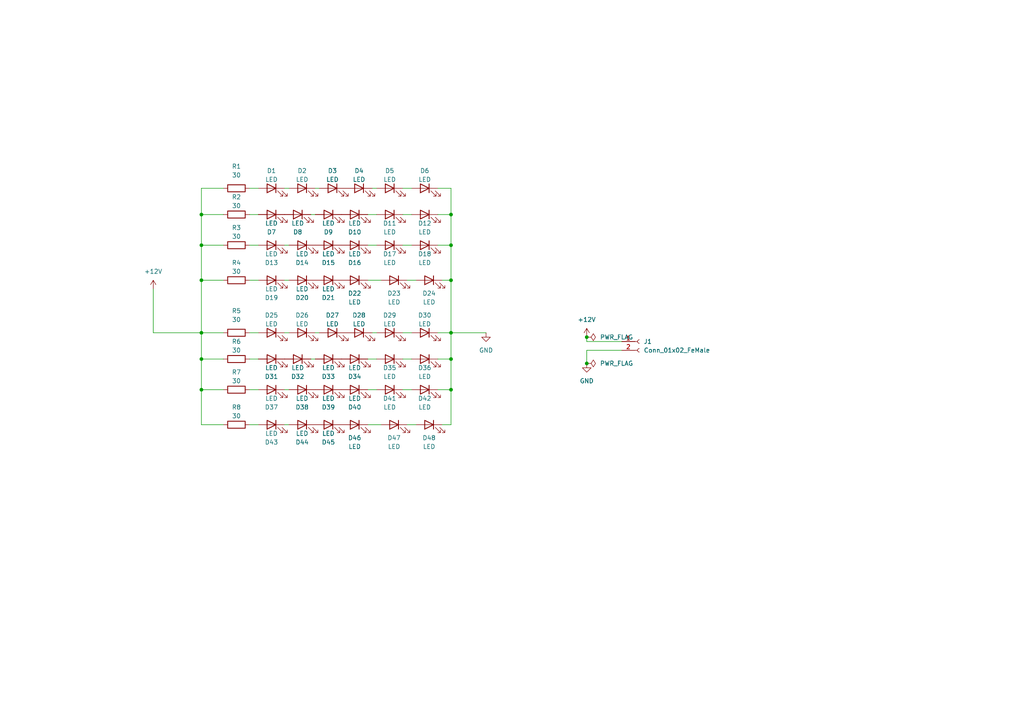
<source format=kicad_sch>
(kicad_sch (version 20211123) (generator eeschema)
  (paper "A4")
  (lib_symbols
    (symbol "Connector:Conn_01x02_Female" (pin_names (offset 1.016) hide)
      (property "Reference" "J" (at 0 2.54 0))
      (property "Value" "Conn_01x02_Female" (at 0 -5.08 0))
      (symbol "Conn_01x02_Female_1_1"
        (arc (start 0 -2.032) (mid -0.508 -2.54) (end 0 -3.048) (stroke (width 0.1524)))
        (polyline (pts (xy -1.27 -2.54) (xy -0.508 -2.54)) (stroke (width 0.1524)))
        (polyline (pts (xy -1.27 0) (xy -0.508 0)) (stroke (width 0.1524)))
        (arc (start 0 0.508) (mid -0.508 0) (end 0 -0.508) (stroke (width 0.1524)))
        (pin passive line (at -5.08 0 0) (length 3.81) (name "Pin_1") (number "1"))
        (pin passive line (at -5.08 -2.54 0) (length 3.81) (name "Pin_2") (number "2"))
      )
    )
    (symbol "Device:LED" (pin_numbers hide) (pin_names (offset 1.016) hide)
      (property "Reference" "D" (at 0 2.54 0))
      (property "Value" "LED" (at 0 -2.54 0))
      (symbol "LED_0_1"
        (polyline (pts (xy -1.27 -1.27) (xy -1.27 1.27)) (stroke (width 0.254)))
        (polyline (pts (xy -1.27 0) (xy 1.27 0)))
        (polyline (pts (xy 1.27 -1.27) (xy 1.27 1.27) (xy -1.27 0) (xy 1.27 -1.27)) (stroke (width 0.254)))
        (polyline (pts (xy -3.048 -0.762) (xy -4.572 -2.286) (xy -3.81 -2.286) (xy -4.572 -2.286) (xy -4.572 -1.524)))
        (polyline (pts (xy -1.778 -0.762) (xy -3.302 -2.286) (xy -2.54 -2.286) (xy -3.302 -2.286) (xy -3.302 -1.524)))
      )
      (symbol "LED_1_1"
        (pin passive line (at -3.81 0 0) (length 2.54) (name "K") (number "1"))
        (pin passive line (at 3.81 0 180) (length 2.54) (name "A") (number "2"))
      )
    )
    (symbol "Device:R" (pin_numbers hide) (pin_names (offset 0))
      (property "Reference" "R" (at 2.032 0 90))
      (property "Value" "R" (at 0 0 90))
      (symbol "R_0_1"
        (rectangle (start -1.016 -2.54) (end 1.016 2.54) (stroke (width 0.254)))
      )
      (symbol "R_1_1"
        (pin passive line (at 0 3.81 270) (length 1.27) (name "~") (number "1"))
        (pin passive line (at 0 -3.81 90) (length 1.27) (name "~") (number "2"))
      )
    )
    (symbol "power:+12V" (power) (pin_names (offset 0))
      (property "Value" "+12V" (at 0 3.556 0))
      (symbol "+12V_0_1"
        (polyline (pts (xy -0.762 1.27) (xy 0 2.54)))
        (polyline (pts (xy 0 0) (xy 0 2.54)))
        (polyline (pts (xy 0 2.54) (xy 0.762 1.27)))
      )
      (symbol "+12V_1_1"
        (pin power_in line (at 0 0 90) (length 0) hide (name "+12V") (number "1"))
      )
    )
    (symbol "power:GND" (power) (pin_names (offset 0))
      (property "Value" "GND" (at 0 -3.81 0))
      (symbol "GND_0_1"
        (polyline (pts (xy 0 0) (xy 0 -1.27) (xy 1.27 -1.27) (xy 0 -2.54) (xy -1.27 -1.27) (xy 0 -1.27)))
      )
      (symbol "GND_1_1"
        (pin power_in line (at 0 0 270) (length 0) hide (name "GND") (number "1"))
      )
    )
    (symbol "power:PWR_FLAG" (power) (pin_numbers hide) (pin_names (offset 0) hide)
      (property "Value" "PWR_FLAG" (at 0 3.81 0))
      (symbol "PWR_FLAG_0_0"
        (pin power_out line (at 0 0 90) (length 0) (name "pwr") (number "1"))
      )
      (symbol "PWR_FLAG_0_1"
        (polyline (pts (xy 0 0) (xy 0 1.27) (xy -1.016 1.905) (xy 0 2.54) (xy 1.016 1.905) (xy 0 1.27)))
      )
    )
  )
  (junction (at 58.42 81.28))
  (junction (at 130.81 96.52))
  (junction (at 130.81 62.23))
  (junction (at 170.18 105.41))
  (junction (at 58.42 104.14))
  (junction (at 58.42 71.12))
  (junction (at 58.42 62.23))
  (junction (at 130.81 81.28))
  (junction (at 170.18 97.79))
  (junction (at 130.81 113.03))
  (junction (at 58.42 96.52))
  (junction (at 58.42 113.03))
  (junction (at 130.81 104.14))
  (junction (at 130.81 71.12))
  (wire (pts (xy 106.68 104.14) (xy 109.22 104.14)))
  (wire (pts (xy 74.93 81.28) (xy 72.39 81.28)))
  (wire (pts (xy 74.93 62.23) (xy 72.39 62.23)))
  (wire (pts (xy 130.81 54.61) (xy 130.81 62.23)))
  (wire (pts (xy 58.42 62.23) (xy 64.77 62.23)))
  (wire (pts (xy 119.38 54.61) (xy 116.84 54.61)))
  (wire (pts (xy 116.84 104.14) (xy 119.38 104.14)))
  (wire (pts (xy 109.22 96.52) (xy 107.95 96.52)))
  (wire (pts (xy 44.45 83.82) (xy 44.45 96.52)))
  (wire (pts (xy 130.81 81.28) (xy 128.27 81.28)))
  (wire (pts (xy 170.18 101.6) (xy 170.18 105.41)))
  (wire (pts (xy 120.65 123.19) (xy 118.11 123.19)))
  (wire (pts (xy 130.81 81.28) (xy 130.81 96.52)))
  (wire (pts (xy 82.55 123.19) (xy 83.82 123.19)))
  (wire (pts (xy 92.6124 54.61) (xy 91.44 54.61)))
  (wire (pts (xy 130.81 54.61) (xy 127 54.61)))
  (wire (pts (xy 116.84 113.03) (xy 119.38 113.03)))
  (wire (pts (xy 127 104.14) (xy 130.81 104.14)))
  (wire (pts (xy 106.68 62.23) (xy 109.22 62.23)))
  (wire (pts (xy 130.81 123.19) (xy 128.27 123.19)))
  (wire (pts (xy 130.81 104.14) (xy 130.81 113.03)))
  (wire (pts (xy 170.18 101.6) (xy 180.34 101.6)))
  (wire (pts (xy 100.33 54.61) (xy 100.2324 54.61)))
  (wire (pts (xy 130.81 113.03) (xy 130.81 123.19)))
  (wire (pts (xy 170.18 97.79) (xy 170.18 99.06)))
  (wire (pts (xy 82.55 81.28) (xy 83.82 81.28)))
  (wire (pts (xy 64.77 113.03) (xy 58.42 113.03)))
  (wire (pts (xy 119.38 96.52) (xy 116.84 96.52)))
  (wire (pts (xy 64.77 54.61) (xy 58.42 54.61)))
  (wire (pts (xy 74.93 104.14) (xy 72.39 104.14)))
  (wire (pts (xy 58.42 54.61) (xy 58.42 62.23)))
  (wire (pts (xy 130.81 96.52) (xy 130.81 104.14)))
  (wire (pts (xy 58.42 81.28) (xy 64.77 81.28)))
  (wire (pts (xy 127 113.03) (xy 130.81 113.03)))
  (wire (pts (xy 109.22 54.61) (xy 107.95 54.61)))
  (wire (pts (xy 64.77 104.14) (xy 58.42 104.14)))
  (wire (pts (xy 82.55 113.03) (xy 83.82 113.03)))
  (wire (pts (xy 58.42 81.28) (xy 58.42 96.52)))
  (wire (pts (xy 130.81 96.52) (xy 127 96.52)))
  (wire (pts (xy 74.93 71.12) (xy 72.39 71.12)))
  (wire (pts (xy 110.49 81.28) (xy 106.68 81.28)))
  (wire (pts (xy 130.81 71.12) (xy 130.81 81.28)))
  (wire (pts (xy 64.77 96.52) (xy 58.42 96.52)))
  (wire (pts (xy 83.82 96.52) (xy 82.55 96.52)))
  (wire (pts (xy 58.42 62.23) (xy 58.42 71.12)))
  (wire (pts (xy 116.84 62.23) (xy 119.38 62.23)))
  (wire (pts (xy 170.18 99.06) (xy 180.34 99.06)))
  (wire (pts (xy 116.84 71.12) (xy 119.38 71.12)))
  (wire (pts (xy 74.93 54.61) (xy 72.39 54.61)))
  (wire (pts (xy 58.42 71.12) (xy 64.77 71.12)))
  (wire (pts (xy 120.65 81.28) (xy 118.11 81.28)))
  (wire (pts (xy 106.68 71.12) (xy 109.22 71.12)))
  (wire (pts (xy 74.93 123.19) (xy 72.39 123.19)))
  (wire (pts (xy 127 71.12) (xy 130.81 71.12)))
  (wire (pts (xy 58.42 96.52) (xy 58.42 104.14)))
  (wire (pts (xy 58.42 96.52) (xy 44.45 96.52)))
  (wire (pts (xy 91.44 104.14) (xy 90.17 104.14)))
  (wire (pts (xy 127 62.23) (xy 130.81 62.23)))
  (wire (pts (xy 74.93 96.52) (xy 72.39 96.52)))
  (wire (pts (xy 140.97 96.52) (xy 130.81 96.52)))
  (wire (pts (xy 82.55 71.12) (xy 83.82 71.12)))
  (wire (pts (xy 83.82 54.61) (xy 82.55 54.61)))
  (wire (pts (xy 58.42 71.12) (xy 58.42 81.28)))
  (wire (pts (xy 58.42 113.03) (xy 58.42 123.19)))
  (wire (pts (xy 100.33 96.52) (xy 100.2324 96.52)))
  (wire (pts (xy 92.6124 96.52) (xy 91.44 96.52)))
  (wire (pts (xy 106.68 113.03) (xy 109.22 113.03)))
  (wire (pts (xy 64.77 123.19) (xy 58.42 123.19)))
  (wire (pts (xy 58.42 104.14) (xy 58.42 113.03)))
  (wire (pts (xy 74.93 113.03) (xy 72.39 113.03)))
  (wire (pts (xy 91.44 62.23) (xy 90.17 62.23)))
  (wire (pts (xy 130.81 62.23) (xy 130.81 71.12)))
  (wire (pts (xy 110.49 123.19) (xy 106.68 123.19)))
  (symbol (lib_id "power:+12V") (at 44.45 83.82 0) (mirror y) (unit 1)
    (property "Reference" "#PWR01" (effects hide))
    (property "Value" "+12V" (at 44.45 78.74 0))
  )
  (symbol (lib_id "Device:R") (at 68.58 62.23 270) (mirror x) (unit 1)
    (property "Reference" "R2" (at 68.58 57.15 90))
    (property "Value" "30" (at 68.58 59.69 90))
    (property "Footprint" "Resistor_THT:R_Axial_DIN0207_L6.3mm_D2.5mm_P10.16mm_Horizontal" (effects hide))
  )
  (symbol (lib_id "Device:LED") (at 87.63 54.61 0) (mirror y) (unit 1)
    (property "Reference" "D2" (at 87.63 49.53 0))
    (property "Value" "LED" (at 87.63 52.07 0))
    (property "Footprint" "LED_SMD:LED_RGB_5050-6_copy" (effects hide))
  )
  (symbol (lib_id "Device:LED") (at 95.25 113.03 0) (mirror y) (unit 1)
    (property "Reference" "D39" (at 95.25 118.11 0))
    (property "Value" "LED" (at 95.25 115.57 0))
    (property "Footprint" "LED_SMD:LED_RGB_5050-6_copy" (effects hide))
  )
  (symbol (lib_id "Device:LED") (at 78.74 54.61 0) (mirror y) (unit 1)
    (property "Reference" "D1" (at 78.74 49.53 0))
    (property "Value" "LED" (at 78.74 52.07 0))
    (property "Footprint" "LED_SMD:LED_RGB_5050-6_copy" (effects hide))
  )
  (symbol (lib_id "Device:LED") (at 78.74 113.03 0) (mirror y) (unit 1)
    (property "Reference" "D37" (at 78.74 118.11 0))
    (property "Value" "LED" (at 78.74 115.57 0))
    (property "Footprint" "LED_SMD:LED_RGB_5050-6_copy" (effects hide))
  )
  (symbol (lib_id "Device:LED") (at 102.87 71.12 0) (mirror y) (unit 1)
    (property "Reference" "D16" (at 102.87 76.2 0))
    (property "Value" "LED" (at 102.87 73.66 0))
    (property "Footprint" "LED_SMD:LED_RGB_5050-6_copy" (effects hide))
  )
  (symbol (lib_id "Device:R") (at 68.58 113.03 270) (mirror x) (unit 1)
    (property "Reference" "R7" (at 68.58 107.95 90))
    (property "Value" "30" (at 68.58 110.49 90))
    (property "Footprint" "Resistor_THT:R_Axial_DIN0207_L6.3mm_D2.5mm_P10.16mm_Horizontal" (effects hide))
  )
  (symbol (lib_id "Device:LED") (at 102.87 123.19 0) (mirror y) (unit 1)
    (property "Reference" "D46" (at 102.87 127 0))
    (property "Value" "LED" (at 102.87 129.54 0))
    (property "Footprint" "LED_SMD:LED_RGB_5050-6_copy" (effects hide))
  )
  (symbol (lib_id "Device:LED") (at 113.03 71.12 0) (mirror y) (unit 1)
    (property "Reference" "D17" (at 113.03 73.66 0))
    (property "Value" "LED" (at 113.03 76.2 0))
    (property "Footprint" "LED_SMD:LED_RGB_5050-6_copy" (effects hide))
  )
  (symbol (lib_id "Device:LED") (at 95.25 62.23 0) (mirror y) (unit 1)
    (property "Reference" "D9" (at 95.25 67.31 0))
    (property "Value" "LED" (at 95.25 64.77 0))
    (property "Footprint" "LED_SMD:LED_RGB_5050-6_copy" (effects hide))
  )
  (symbol (lib_id "Device:LED") (at 102.87 62.23 0) (mirror y) (unit 1)
    (property "Reference" "D10" (at 102.87 67.31 0))
    (property "Value" "LED" (at 102.87 64.77 0))
    (property "Footprint" "LED_SMD:LED_RGB_5050-6_copy" (effects hide))
  )
  (symbol (lib_id "Device:LED") (at 87.63 123.19 0) (mirror y) (unit 1)
    (property "Reference" "D44" (at 87.63 128.27 0))
    (property "Value" "LED" (at 87.63 125.73 0))
    (property "Footprint" "LED_SMD:LED_RGB_5050-6_copy" (effects hide))
  )
  (symbol (lib_id "Device:LED") (at 95.25 123.19 0) (mirror y) (unit 1)
    (property "Reference" "D45" (at 95.25 128.27 0))
    (property "Value" "LED" (at 95.25 125.73 0))
    (property "Footprint" "LED_SMD:LED_RGB_5050-6_copy" (effects hide))
  )
  (symbol (lib_id "power:GND") (at 140.97 96.52 0) (mirror y) (unit 1)
    (property "Reference" "#PWR02" (effects hide))
    (property "Value" "GND" (at 140.97 101.6 0))
  )
  (symbol (lib_id "Device:LED") (at 114.3 81.28 0) (mirror y) (unit 1)
    (property "Reference" "D23" (at 114.3 85.09 0))
    (property "Value" "LED" (at 114.3 87.63 0))
    (property "Footprint" "LED_SMD:LED_RGB_5050-6_copy" (effects hide))
  )
  (symbol (lib_id "Device:LED") (at 123.19 62.23 0) (mirror y) (unit 1)
    (property "Reference" "D12" (at 123.19 64.77 0))
    (property "Value" "LED" (at 123.19 67.31 0))
    (property "Footprint" "LED_SMD:LED_RGB_5050-6_copy" (effects hide))
  )
  (symbol (lib_id "Device:LED") (at 123.19 113.03 0) (mirror y) (unit 1)
    (property "Reference" "D42" (at 123.19 115.57 0))
    (property "Value" "LED" (at 123.19 118.11 0))
    (property "Footprint" "LED_SMD:LED_RGB_5050-6_copy" (effects hide))
  )
  (symbol (lib_id "Device:LED") (at 123.19 54.61 0) (mirror y) (unit 1)
    (property "Reference" "D6" (at 123.19 49.53 0))
    (property "Value" "LED" (at 123.19 52.07 0))
    (property "Footprint" "LED_SMD:LED_RGB_5050-6_copy" (effects hide))
  )
  (symbol (lib_id "Device:LED") (at 113.03 62.23 0) (mirror y) (unit 1)
    (property "Reference" "D11" (at 113.03 64.77 0))
    (property "Value" "LED" (at 113.03 67.31 0))
    (property "Footprint" "LED_SMD:LED_RGB_5050-6_copy" (effects hide))
  )
  (symbol (lib_id "Device:LED") (at 102.87 104.14 0) (mirror y) (unit 1)
    (property "Reference" "D34" (at 102.87 109.22 0))
    (property "Value" "LED" (at 102.87 106.68 0))
    (property "Footprint" "LED_SMD:LED_RGB_5050-6_copy" (effects hide))
  )
  (symbol (lib_id "Device:LED") (at 95.25 71.12 0) (mirror y) (unit 1)
    (property "Reference" "D15" (at 95.25 76.2 0))
    (property "Value" "LED" (at 95.25 73.66 0))
    (property "Footprint" "LED_SMD:LED_RGB_5050-6_copy" (effects hide))
  )
  (symbol (lib_id "Device:LED") (at 102.87 81.28 0) (mirror y) (unit 1)
    (property "Reference" "D22" (at 102.87 85.09 0))
    (property "Value" "LED" (at 102.87 87.63 0))
    (property "Footprint" "LED_SMD:LED_RGB_5050-6_copy" (effects hide))
  )
  (symbol (lib_id "Device:LED") (at 123.19 71.12 0) (mirror y) (unit 1)
    (property "Reference" "D18" (at 123.19 73.66 0))
    (property "Value" "LED" (at 123.19 76.2 0))
    (property "Footprint" "LED_SMD:LED_RGB_5050-6_copy" (effects hide))
  )
  (symbol (lib_id "Device:R") (at 68.58 71.12 270) (mirror x) (unit 1)
    (property "Reference" "R3" (at 68.58 66.04 90))
    (property "Value" "30" (at 68.58 68.58 90))
    (property "Footprint" "Resistor_THT:R_Axial_DIN0207_L6.3mm_D2.5mm_P10.16mm_Horizontal" (effects hide))
  )
  (symbol (lib_id "Device:LED") (at 78.74 96.52 0) (mirror y) (unit 1)
    (property "Reference" "D25" (at 78.74 91.44 0))
    (property "Value" "LED" (at 78.74 93.98 0))
    (property "Footprint" "LED_SMD:LED_RGB_5050-6_copy" (effects hide))
  )
  (symbol (lib_id "Device:R") (at 68.58 123.19 270) (mirror x) (unit 1)
    (property "Reference" "R8" (at 68.58 118.11 90))
    (property "Value" "30" (at 68.58 120.65 90))
    (property "Footprint" "Resistor_THT:R_Axial_DIN0207_L6.3mm_D2.5mm_P10.16mm_Horizontal" (effects hide))
  )
  (symbol (lib_id "power:+12V") (at 170.18 97.79 0) (unit 1)
    (property "Reference" "#PWR03" (effects hide))
    (property "Value" "+12V" (at 170.18 92.71 0))
  )
  (symbol (lib_id "Device:LED") (at 113.03 54.61 0) (mirror y) (unit 1)
    (property "Reference" "D5" (at 113.03 49.53 0))
    (property "Value" "LED" (at 113.03 52.07 0))
    (property "Footprint" "LED_SMD:LED_RGB_5050-6_copy" (effects hide))
  )
  (symbol (lib_id "Device:LED") (at 78.74 62.23 0) (mirror y) (unit 1)
    (property "Reference" "D7" (at 78.74 67.31 0))
    (property "Value" "LED" (at 78.74 64.77 0))
    (property "Footprint" "LED_SMD:LED_RGB_5050-6_copy" (effects hide))
  )
  (symbol (lib_id "Device:LED") (at 104.14 96.52 0) (mirror y) (unit 1)
    (property "Reference" "D28" (at 104.14 91.44 0))
    (property "Value" "LED" (at 104.14 93.98 0))
    (property "Footprint" "LED_SMD:LED_RGB_5050-6_copy" (effects hide))
  )
  (symbol (lib_id "Device:LED") (at 87.63 81.28 0) (mirror y) (unit 1)
    (property "Reference" "D20" (at 87.63 86.36 0))
    (property "Value" "LED" (at 87.63 83.82 0))
    (property "Footprint" "LED_SMD:LED_RGB_5050-6_copy" (effects hide))
  )
  (symbol (lib_id "Device:R") (at 68.58 104.14 270) (mirror x) (unit 1)
    (property "Reference" "R6" (at 68.58 99.06 90))
    (property "Value" "30" (at 68.58 101.6 90))
    (property "Footprint" "Resistor_THT:R_Axial_DIN0207_L6.3mm_D2.5mm_P10.16mm_Horizontal" (effects hide))
  )
  (symbol (lib_id "Device:LED") (at 86.36 104.14 0) (mirror y) (unit 1)
    (property "Reference" "D32" (at 86.36 109.22 0))
    (property "Value" "LED" (at 86.36 106.68 0))
    (property "Footprint" "LED_SMD:LED_RGB_5050-6_copy" (effects hide))
  )
  (symbol (lib_id "Connector:Conn_01x02_Female") (at 185.42 99.06 0) (unit 1)
    (property "Reference" "J1" (at 186.69 99.0599 0) (effects (justify left)))
    (property "Value" "Conn_01x02_FeMale" (at 186.69 101.5999 0) (effects (justify left)))
    (property "Footprint" "Connector_Molex:Molex_Mini-Fit_Jr_5569-02A1_2x01_P4.20mm_Horizontal" (effects hide))
  )
  (symbol (lib_id "Device:LED") (at 78.74 71.12 0) (mirror y) (unit 1)
    (property "Reference" "D13" (at 78.74 76.2 0))
    (property "Value" "LED" (at 78.74 73.66 0))
    (property "Footprint" "LED_SMD:LED_RGB_5050-6_copy" (effects hide))
  )
  (symbol (lib_id "Device:R") (at 68.58 96.52 270) (mirror x) (unit 1)
    (property "Reference" "R5" (at 68.58 90.17 90))
    (property "Value" "30" (at 68.58 92.71 90))
    (property "Footprint" "Resistor_THT:R_Axial_DIN0207_L6.3mm_D2.5mm_P10.16mm_Horizontal" (effects hide))
  )
  (symbol (lib_id "Device:LED") (at 113.03 104.14 0) (mirror y) (unit 1)
    (property "Reference" "D35" (at 113.03 106.68 0))
    (property "Value" "LED" (at 113.03 109.22 0))
    (property "Footprint" "LED_SMD:LED_RGB_5050-6_copy" (effects hide))
  )
  (symbol (lib_id "Device:LED") (at 87.63 96.52 0) (mirror y) (unit 1)
    (property "Reference" "D26" (at 87.63 91.44 0))
    (property "Value" "LED" (at 87.63 93.98 0))
    (property "Footprint" "LED_SMD:LED_RGB_5050-6_copy" (effects hide))
  )
  (symbol (lib_id "Device:LED") (at 78.74 81.28 0) (mirror y) (unit 1)
    (property "Reference" "D19" (at 78.74 86.36 0))
    (property "Value" "LED" (at 78.74 83.82 0))
    (property "Footprint" "LED_SMD:LED_RGB_5050-6_copy" (effects hide))
  )
  (symbol (lib_id "Device:LED") (at 104.14 54.61 0) (mirror y) (unit 1)
    (property "Reference" "D4" (at 104.14 49.53 0))
    (property "Value" "LED" (at 104.14 52.07 0))
    (property "Footprint" "LED_SMD:LED_RGB_5050-6_copy" (effects hide))
  )
  (symbol (lib_id "Device:LED") (at 113.03 96.52 0) (mirror y) (unit 1)
    (property "Reference" "D29" (at 113.03 91.44 0))
    (property "Value" "LED" (at 113.03 93.98 0))
    (property "Footprint" "LED_SMD:LED_RGB_5050-6_copy" (effects hide))
  )
  (symbol (lib_id "power:GND") (at 170.18 105.41 0) (unit 1)
    (property "Reference" "#PWR04" (effects hide))
    (property "Value" "GND" (at 170.18 110.49 0))
  )
  (symbol (lib_id "power:PWR_FLAG") (at 170.18 97.79 270) (unit 1)
    (property "Reference" "#FLG01" (effects hide))
    (property "Value" "PWR_FLAG" (at 173.99 97.7899 90) (effects (justify left)))
  )
  (symbol (lib_id "Device:R") (at 68.58 54.61 270) (mirror x) (unit 1)
    (property "Reference" "R1" (at 68.58 48.26 90))
    (property "Value" "30" (at 68.58 50.8 90))
    (property "Footprint" "Resistor_THT:R_Axial_DIN0207_L6.3mm_D2.5mm_P10.16mm_Horizontal" (effects hide))
  )
  (symbol (lib_id "Device:LED") (at 78.74 104.14 0) (mirror y) (unit 1)
    (property "Reference" "D31" (at 78.74 109.22 0))
    (property "Value" "LED" (at 78.74 106.68 0))
    (property "Footprint" "LED_SMD:LED_RGB_5050-6_copy" (effects hide))
  )
  (symbol (lib_id "Device:LED") (at 113.03 113.03 0) (mirror y) (unit 1)
    (property "Reference" "D41" (at 113.03 115.57 0))
    (property "Value" "LED" (at 113.03 118.11 0))
    (property "Footprint" "LED_SMD:LED_RGB_5050-6_copy" (effects hide))
  )
  (symbol (lib_id "Device:LED") (at 95.25 104.14 0) (mirror y) (unit 1)
    (property "Reference" "D33" (at 95.25 109.22 0))
    (property "Value" "LED" (at 95.25 106.68 0))
    (property "Footprint" "LED_SMD:LED_RGB_5050-6_copy" (effects hide))
  )
  (symbol (lib_id "Device:LED") (at 87.63 113.03 0) (mirror y) (unit 1)
    (property "Reference" "D38" (at 87.63 118.11 0))
    (property "Value" "LED" (at 87.63 115.57 0))
    (property "Footprint" "LED_SMD:LED_RGB_5050-6_copy" (effects hide))
  )
  (symbol (lib_id "Device:LED") (at 123.19 104.14 0) (mirror y) (unit 1)
    (property "Reference" "D36" (at 123.19 106.68 0))
    (property "Value" "LED" (at 123.19 109.22 0))
    (property "Footprint" "LED_SMD:LED_RGB_5050-6_copy" (effects hide))
  )
  (symbol (lib_id "power:PWR_FLAG") (at 170.18 105.41 270) (unit 1)
    (property "Reference" "#FLG02" (effects hide))
    (property "Value" "PWR_FLAG" (at 173.99 105.4099 90) (effects (justify left)))
  )
  (symbol (lib_id "Device:LED") (at 96.4224 96.52 0) (mirror y) (unit 1)
    (property "Reference" "D27" (at 96.4224 91.44 0))
    (property "Value" "LED" (at 96.4224 93.98 0))
    (property "Footprint" "LED_SMD:LED_RGB_5050-6_copy" (effects hide))
  )
  (symbol (lib_id "Device:LED") (at 95.25 81.28 0) (mirror y) (unit 1)
    (property "Reference" "D21" (at 95.25 86.36 0))
    (property "Value" "LED" (at 95.25 83.82 0))
    (property "Footprint" "LED_SMD:LED_RGB_5050-6_copy" (effects hide))
  )
  (symbol (lib_id "Device:LED") (at 78.74 123.19 0) (mirror y) (unit 1)
    (property "Reference" "D43" (at 78.74 128.27 0))
    (property "Value" "LED" (at 78.74 125.73 0))
    (property "Footprint" "LED_SMD:LED_RGB_5050-6_copy" (effects hide))
  )
  (symbol (lib_id "Device:LED") (at 86.36 62.23 0) (mirror y) (unit 1)
    (property "Reference" "D8" (at 86.36 67.31 0))
    (property "Value" "LED" (at 86.36 64.77 0))
    (property "Footprint" "LED_SMD:LED_RGB_5050-6_copy" (effects hide))
  )
  (symbol (lib_id "Device:LED") (at 102.87 113.03 0) (mirror y) (unit 1)
    (property "Reference" "D40" (at 102.87 118.11 0))
    (property "Value" "LED" (at 102.87 115.57 0))
    (property "Footprint" "LED_SMD:LED_RGB_5050-6_copy" (effects hide))
  )
  (symbol (lib_id "Device:LED") (at 87.63 71.12 0) (mirror y) (unit 1)
    (property "Reference" "D14" (at 87.63 76.2 0))
    (property "Value" "LED" (at 87.63 73.66 0))
    (property "Footprint" "LED_SMD:LED_RGB_5050-6_copy" (effects hide))
  )
  (symbol (lib_id "Device:LED") (at 114.3 123.19 0) (mirror y) (unit 1)
    (property "Reference" "D47" (at 114.3 127 0))
    (property "Value" "LED" (at 114.3 129.54 0))
    (property "Footprint" "LED_SMD:LED_RGB_5050-6_copy" (effects hide))
  )
  (symbol (lib_id "Device:LED") (at 124.46 81.28 0) (mirror y) (unit 1)
    (property "Reference" "D24" (at 124.46 85.09 0))
    (property "Value" "LED" (at 124.46 87.63 0))
    (property "Footprint" "LED_SMD:LED_RGB_5050-6_copy" (effects hide))
  )
  (symbol (lib_id "Device:R") (at 68.58 81.28 270) (mirror x) (unit 1)
    (property "Reference" "R4" (at 68.58 76.2 90))
    (property "Value" "30" (at 68.58 78.74 90))
    (property "Footprint" "Resistor_THT:R_Axial_DIN0207_L6.3mm_D2.5mm_P10.16mm_Horizontal" (effects hide))
  )
  (symbol (lib_id "Device:LED") (at 123.19 96.52 0) (mirror y) (unit 1)
    (property "Reference" "D30" (at 123.19 91.44 0))
    (property "Value" "LED" (at 123.19 93.98 0))
    (property "Footprint" "LED_SMD:LED_RGB_5050-6_copy" (effects hide))
  )
  (symbol (lib_id "Device:LED") (at 124.46 123.19 0) (mirror y) (unit 1)
    (property "Reference" "D48" (at 124.46 127 0))
    (property "Value" "LED" (at 124.46 129.54 0))
    (property "Footprint" "LED_SMD:LED_RGB_5050-6_copy" (effects hide))
  )
  (symbol (lib_id "Device:LED") (at 96.4224 54.61 0) (mirror y) (unit 1)
    (property "Reference" "D3" (at 96.4224 49.53 0))
    (property "Value" "LED" (at 96.4224 52.07 0))
    (property "Footprint" "LED_SMD:LED_RGB_5050-6_copy" (effects hide))
  )
)
</source>
